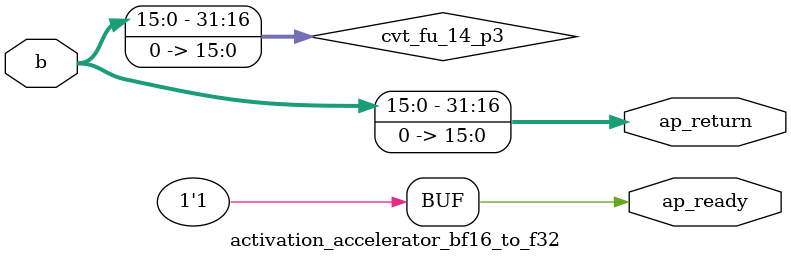
<source format=v>

`timescale 1 ns / 1 ps 

module activation_accelerator_bf16_to_f32 (
        ap_ready,
        b,
        ap_return
);


output   ap_ready;
input  [15:0] b;
output  [31:0] ap_return;

wire   [31:0] cvt_fu_14_p3;

assign ap_ready = 1'b1;

assign cvt_fu_14_p3 = {{b}, {16'd0}};

assign ap_return = cvt_fu_14_p3;

endmodule //activation_accelerator_bf16_to_f32

</source>
